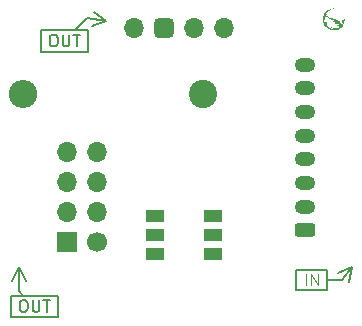
<source format=gbr>
%TF.GenerationSoftware,KiCad,Pcbnew,(6.0.7)*%
%TF.CreationDate,2022-11-20T15:50:49-05:00*%
%TF.ProjectId,CANBurner,43414e42-7572-46e6-9572-2e6b69636164,2.0*%
%TF.SameCoordinates,Original*%
%TF.FileFunction,Soldermask,Top*%
%TF.FilePolarity,Negative*%
%FSLAX46Y46*%
G04 Gerber Fmt 4.6, Leading zero omitted, Abs format (unit mm)*
G04 Created by KiCad (PCBNEW (6.0.7)) date 2022-11-20 15:50:49*
%MOMM*%
%LPD*%
G01*
G04 APERTURE LIST*
G04 Aperture macros list*
%AMRoundRect*
0 Rectangle with rounded corners*
0 $1 Rounding radius*
0 $2 $3 $4 $5 $6 $7 $8 $9 X,Y pos of 4 corners*
0 Add a 4 corners polygon primitive as box body*
4,1,4,$2,$3,$4,$5,$6,$7,$8,$9,$2,$3,0*
0 Add four circle primitives for the rounded corners*
1,1,$1+$1,$2,$3*
1,1,$1+$1,$4,$5*
1,1,$1+$1,$6,$7*
1,1,$1+$1,$8,$9*
0 Add four rect primitives between the rounded corners*
20,1,$1+$1,$2,$3,$4,$5,0*
20,1,$1+$1,$4,$5,$6,$7,0*
20,1,$1+$1,$6,$7,$8,$9,0*
20,1,$1+$1,$8,$9,$2,$3,0*%
G04 Aperture macros list end*
%ADD10C,0.150000*%
%ADD11C,0.100000*%
%ADD12C,0.200000*%
%ADD13O,1.700000X1.700000*%
%ADD14RoundRect,0.425000X-0.425000X0.425000X-0.425000X-0.425000X0.425000X-0.425000X0.425000X0.425000X0*%
%ADD15R,1.500000X1.000000*%
%ADD16RoundRect,0.300000X0.575000X-0.300000X0.575000X0.300000X-0.575000X0.300000X-0.575000X-0.300000X0*%
%ADD17O,1.750000X1.200000*%
%ADD18C,2.400000*%
%ADD19O,2.400000X2.400000*%
%ADD20R,1.700000X1.700000*%
%ADD21C,1.700000*%
G04 APERTURE END LIST*
D10*
X67580000Y-45362380D02*
X67770476Y-45362380D01*
X67865714Y-45410000D01*
X67960952Y-45505238D01*
X68008571Y-45695714D01*
X68008571Y-46029047D01*
X67960952Y-46219523D01*
X67865714Y-46314761D01*
X67770476Y-46362380D01*
X67580000Y-46362380D01*
X67484761Y-46314761D01*
X67389523Y-46219523D01*
X67341904Y-46029047D01*
X67341904Y-45695714D01*
X67389523Y-45505238D01*
X67484761Y-45410000D01*
X67580000Y-45362380D01*
X68437142Y-45362380D02*
X68437142Y-46171904D01*
X68484761Y-46267142D01*
X68532380Y-46314761D01*
X68627619Y-46362380D01*
X68818095Y-46362380D01*
X68913333Y-46314761D01*
X68960952Y-46267142D01*
X69008571Y-46171904D01*
X69008571Y-45362380D01*
X69341904Y-45362380D02*
X69913333Y-45362380D01*
X69627619Y-46362380D02*
X69627619Y-45362380D01*
X67310000Y-42600000D02*
X67310000Y-44640000D01*
X67310000Y-42600000D02*
X66723579Y-43726504D01*
X67310000Y-42600000D02*
X67896421Y-43726504D01*
X66576429Y-44992500D02*
X66576429Y-46827500D01*
X66576429Y-46827500D02*
X70583572Y-46827500D01*
X70583572Y-46827500D02*
X70583572Y-44992500D01*
X70583572Y-44992500D02*
X66576429Y-44992500D01*
X67310000Y-44640000D02*
X67662500Y-44992500D01*
X70120000Y-22896523D02*
X70310476Y-22896523D01*
X70405714Y-22944143D01*
X70500952Y-23039381D01*
X70548571Y-23229857D01*
X70548571Y-23563190D01*
X70500952Y-23753666D01*
X70405714Y-23848904D01*
X70310476Y-23896523D01*
X70120000Y-23896523D01*
X70024761Y-23848904D01*
X69929523Y-23753666D01*
X69881904Y-23563190D01*
X69881904Y-23229857D01*
X69929523Y-23039381D01*
X70024761Y-22944143D01*
X70120000Y-22896523D01*
X70977142Y-22896523D02*
X70977142Y-23706047D01*
X71024761Y-23801285D01*
X71072380Y-23848904D01*
X71167619Y-23896523D01*
X71358095Y-23896523D01*
X71453333Y-23848904D01*
X71500952Y-23801285D01*
X71548571Y-23706047D01*
X71548571Y-22896523D01*
X71881904Y-22896523D02*
X72453333Y-22896523D01*
X72167619Y-23896523D02*
X72167619Y-22896523D01*
X74689750Y-21779596D02*
X73054789Y-21509354D01*
X74689750Y-21779596D02*
X73673958Y-21017319D01*
X74689750Y-21779596D02*
X73482695Y-22174460D01*
X69116429Y-22526643D02*
X69116429Y-24361643D01*
X69116429Y-24361643D02*
X73123572Y-24361643D01*
X73123572Y-24361643D02*
X73123572Y-22526643D01*
X73123572Y-22526643D02*
X69116429Y-22526643D01*
X73054789Y-21509354D02*
X72037500Y-22526643D01*
D11*
X91561190Y-44127380D02*
X91561190Y-43127380D01*
X92037380Y-44127380D02*
X92037380Y-43127380D01*
X92608809Y-44127380D01*
X92608809Y-43127380D01*
D12*
X95488461Y-42591080D02*
X94625000Y-43675000D01*
X95488461Y-42591080D02*
X94327887Y-43106801D01*
X95488461Y-42591080D02*
X95245238Y-43837572D01*
X90773095Y-42795000D02*
X90773095Y-44555000D01*
X90773095Y-44555000D02*
X93396905Y-44555000D01*
X93396905Y-44555000D02*
X93396905Y-42795000D01*
X93396905Y-42795000D02*
X90773095Y-42795000D01*
X94625000Y-43675000D02*
X93396905Y-43675000D01*
%TO.C,G\u002A\u002A\u002A*%
G36*
X94032068Y-20682243D02*
G01*
X94160165Y-20707038D01*
X94239415Y-20731886D01*
X94279242Y-20747106D01*
X94306097Y-20758944D01*
X94319201Y-20766571D01*
X94317772Y-20769158D01*
X94301031Y-20765876D01*
X94268197Y-20755897D01*
X94259172Y-20752868D01*
X94222093Y-20741361D01*
X94188047Y-20732683D01*
X94164068Y-20728615D01*
X94163086Y-20728556D01*
X94136505Y-20724853D01*
X94103065Y-20717189D01*
X94089184Y-20713210D01*
X94041567Y-20704489D01*
X93981222Y-20702474D01*
X93912637Y-20706589D01*
X93840302Y-20716254D01*
X93768709Y-20730892D01*
X93702346Y-20749924D01*
X93652801Y-20769403D01*
X93610732Y-20788830D01*
X93689149Y-20800738D01*
X93730454Y-20808306D01*
X93761144Y-20816368D01*
X93779780Y-20823977D01*
X93784926Y-20830188D01*
X93775144Y-20834054D01*
X93748996Y-20834629D01*
X93739927Y-20834160D01*
X93657060Y-20837842D01*
X93572000Y-20858019D01*
X93487785Y-20893235D01*
X93407457Y-20942034D01*
X93334056Y-21002963D01*
X93290896Y-21049096D01*
X93263314Y-21085113D01*
X93235937Y-21126561D01*
X93210388Y-21170216D01*
X93188290Y-21212852D01*
X93171264Y-21251243D01*
X93160933Y-21282164D01*
X93158920Y-21302389D01*
X93161128Y-21307111D01*
X93169674Y-21303743D01*
X93185951Y-21289185D01*
X93201433Y-21272304D01*
X93227765Y-21245494D01*
X93259029Y-21219403D01*
X93290523Y-21197377D01*
X93317546Y-21182765D01*
X93332901Y-21178664D01*
X93334337Y-21184832D01*
X93324445Y-21201320D01*
X93307243Y-21222567D01*
X93255637Y-21293999D01*
X93213728Y-21378026D01*
X93182051Y-21471043D01*
X93161144Y-21569446D01*
X93151543Y-21669631D01*
X93153782Y-21767991D01*
X93168399Y-21860924D01*
X93195929Y-21944823D01*
X93198853Y-21951358D01*
X93215317Y-21983165D01*
X93235211Y-22015669D01*
X93255595Y-22044725D01*
X93273532Y-22066194D01*
X93286085Y-22075931D01*
X93287351Y-22076124D01*
X93289616Y-22067700D01*
X93288923Y-22045603D01*
X93285425Y-22014598D01*
X93285377Y-22014262D01*
X93282242Y-21940975D01*
X93291930Y-21859075D01*
X93308422Y-21790994D01*
X93313436Y-21774895D01*
X93317122Y-21768104D01*
X93320268Y-21772649D01*
X93323660Y-21790558D01*
X93328086Y-21823861D01*
X93331311Y-21850008D01*
X93351457Y-21964104D01*
X93382506Y-22063305D01*
X93425193Y-22148406D01*
X93480250Y-22220202D01*
X93548414Y-22279489D01*
X93630418Y-22327062D01*
X93726997Y-22363716D01*
X93828421Y-22388301D01*
X93867059Y-22394296D01*
X93889115Y-22394581D01*
X93894193Y-22389354D01*
X93881893Y-22378814D01*
X93865480Y-22369756D01*
X93842232Y-22356370D01*
X93814640Y-22338152D01*
X93786648Y-22318052D01*
X93762199Y-22299024D01*
X93745238Y-22284019D01*
X93739708Y-22275989D01*
X93739879Y-22275735D01*
X93749510Y-22277820D01*
X93769891Y-22287739D01*
X93789674Y-22299175D01*
X93871784Y-22339443D01*
X93957657Y-22363252D01*
X94044865Y-22370975D01*
X94130978Y-22362988D01*
X94213565Y-22339669D01*
X94290199Y-22301391D01*
X94358448Y-22248531D01*
X94398347Y-22205053D01*
X94420024Y-22175391D01*
X94427666Y-22156441D01*
X94420773Y-22146015D01*
X94398843Y-22141922D01*
X94383808Y-22141564D01*
X94351256Y-22138408D01*
X94310617Y-22130173D01*
X94274200Y-22119744D01*
X94209514Y-22097923D01*
X94258956Y-22092067D01*
X94288734Y-22086040D01*
X94320407Y-22075788D01*
X94349522Y-22063339D01*
X94371624Y-22050720D01*
X94382260Y-22039960D01*
X94381987Y-22036055D01*
X94371375Y-22033217D01*
X94345797Y-22030532D01*
X94308985Y-22028287D01*
X94264670Y-22026771D01*
X94260456Y-22026680D01*
X94210669Y-22025380D01*
X94174725Y-22023274D01*
X94147771Y-22019480D01*
X94124955Y-22013113D01*
X94101423Y-22003289D01*
X94082834Y-21994330D01*
X94056378Y-21979803D01*
X94028353Y-21962072D01*
X94001579Y-21943333D01*
X93978877Y-21925779D01*
X93963067Y-21911605D01*
X93956969Y-21903006D01*
X93963404Y-21902176D01*
X93965009Y-21902656D01*
X93998307Y-21910368D01*
X94041538Y-21916569D01*
X94086960Y-21920510D01*
X94126831Y-21921442D01*
X94145743Y-21920130D01*
X94174879Y-21914164D01*
X94189756Y-21906951D01*
X94188885Y-21899815D01*
X94174365Y-21894739D01*
X94085607Y-21875717D01*
X94012998Y-21857325D01*
X93954058Y-21838610D01*
X93906306Y-21818617D01*
X93867263Y-21796391D01*
X93834446Y-21770977D01*
X93821828Y-21759027D01*
X93801154Y-21737081D01*
X93787301Y-21719939D01*
X93783680Y-21712961D01*
X93791170Y-21712426D01*
X93810577Y-21719157D01*
X93831520Y-21728717D01*
X93867262Y-21743207D01*
X93906995Y-21751936D01*
X93957175Y-21756476D01*
X94010374Y-21757720D01*
X94053591Y-21755636D01*
X94084311Y-21750532D01*
X94100016Y-21742716D01*
X94101531Y-21738821D01*
X94092628Y-21728483D01*
X94067014Y-21715202D01*
X94026331Y-21699608D01*
X93972221Y-21682330D01*
X93906324Y-21663997D01*
X93906270Y-21663982D01*
X93812926Y-21638468D01*
X93735406Y-21614624D01*
X93671054Y-21591288D01*
X93617213Y-21567297D01*
X93571225Y-21541488D01*
X93530434Y-21512698D01*
X93498299Y-21485412D01*
X93473330Y-21460361D01*
X93446798Y-21430073D01*
X93421250Y-21397987D01*
X93399231Y-21367542D01*
X93383286Y-21342176D01*
X93375963Y-21325328D01*
X93376529Y-21320940D01*
X93385276Y-21324158D01*
X93403470Y-21336905D01*
X93420977Y-21351185D01*
X93449980Y-21374442D01*
X93480354Y-21394811D01*
X93514373Y-21413122D01*
X93554307Y-21430199D01*
X93602427Y-21446872D01*
X93661005Y-21463966D01*
X93732312Y-21482309D01*
X93818620Y-21502729D01*
X93867817Y-21513910D01*
X93971001Y-21538703D01*
X94057612Y-21563088D01*
X94129739Y-21587811D01*
X94189471Y-21613615D01*
X94238898Y-21641246D01*
X94254491Y-21651727D01*
X94304155Y-21685119D01*
X94344795Y-21707847D01*
X94381197Y-21721849D01*
X94418151Y-21729062D01*
X94451016Y-21731238D01*
X94484379Y-21732563D01*
X94502757Y-21735142D01*
X94509863Y-21740354D01*
X94509408Y-21749582D01*
X94508559Y-21752638D01*
X94497477Y-21813414D01*
X94502858Y-21868050D01*
X94525329Y-21920343D01*
X94539799Y-21942223D01*
X94567188Y-21971826D01*
X94599090Y-21994043D01*
X94630409Y-22006040D01*
X94653982Y-22005729D01*
X94675330Y-21992033D01*
X94692065Y-21968712D01*
X94703372Y-21940151D01*
X94708442Y-21910737D01*
X94706460Y-21884854D01*
X94696615Y-21866887D01*
X94680771Y-21861108D01*
X94664422Y-21868935D01*
X94657770Y-21879805D01*
X94649221Y-21897133D01*
X94641764Y-21898124D01*
X94637666Y-21885105D01*
X94639140Y-21860706D01*
X94642509Y-21836929D01*
X94640096Y-21827170D01*
X94629469Y-21827051D01*
X94621484Y-21828945D01*
X94597443Y-21834979D01*
X94612289Y-21784941D01*
X94629885Y-21734602D01*
X94650518Y-21689759D01*
X94671962Y-21654616D01*
X94691989Y-21633378D01*
X94692899Y-21632766D01*
X94711247Y-21623774D01*
X94741954Y-21611668D01*
X94779434Y-21598595D01*
X94793323Y-21594125D01*
X94834643Y-21580305D01*
X94873860Y-21565771D01*
X94904006Y-21553141D01*
X94909758Y-21550360D01*
X94946730Y-21531575D01*
X94930770Y-21553776D01*
X94921157Y-21569757D01*
X94905276Y-21599035D01*
X94884986Y-21638067D01*
X94862144Y-21683311D01*
X94850493Y-21706857D01*
X94821128Y-21768647D01*
X94799971Y-21818407D01*
X94785526Y-21860087D01*
X94776299Y-21897638D01*
X94774505Y-21907603D01*
X94746831Y-22020974D01*
X94703643Y-22124123D01*
X94645391Y-22216556D01*
X94572528Y-22297782D01*
X94485503Y-22367309D01*
X94384769Y-22424644D01*
X94270776Y-22469295D01*
X94255321Y-22474048D01*
X94220402Y-22483834D01*
X94188492Y-22490892D01*
X94155023Y-22495764D01*
X94115431Y-22498993D01*
X94065151Y-22501121D01*
X94017394Y-22502328D01*
X93929993Y-22502867D01*
X93860054Y-22500338D01*
X93806588Y-22494700D01*
X93796153Y-22492890D01*
X93666942Y-22459380D01*
X93542598Y-22409507D01*
X93426081Y-22344773D01*
X93320353Y-22266676D01*
X93282219Y-22232481D01*
X93196092Y-22138546D01*
X93126156Y-22035383D01*
X93072314Y-21922796D01*
X93034468Y-21800591D01*
X93016740Y-21704135D01*
X93007900Y-21573063D01*
X93016753Y-21446054D01*
X93042513Y-21324338D01*
X93084390Y-21209143D01*
X93141598Y-21101700D01*
X93213349Y-21003239D01*
X93298854Y-20914990D01*
X93397328Y-20838182D01*
X93507980Y-20774044D01*
X93630025Y-20723808D01*
X93648512Y-20717785D01*
X93774866Y-20687583D01*
X93903176Y-20675747D01*
X94032068Y-20682243D01*
G37*
%TD*%
D13*
%TO.C,I\u00B2C*%
X84619469Y-22330407D03*
X82079469Y-22330407D03*
D14*
X79539469Y-22330407D03*
D13*
X76999469Y-22330407D03*
%TD*%
D15*
%TO.C,Status*%
X83730000Y-38256814D03*
X83730000Y-39856814D03*
X83730000Y-41456814D03*
X78830000Y-41456814D03*
X78830000Y-39856814D03*
X78830000Y-38256814D03*
%TD*%
D16*
%TO.C,Toolboard*%
X91540000Y-39445000D03*
D17*
X91540000Y-37445000D03*
X91540000Y-35445000D03*
X91540000Y-33445000D03*
X91540000Y-31445000D03*
X91540000Y-29445000D03*
X91540000Y-27445000D03*
X91540000Y-25445000D03*
%TD*%
D18*
%TO.C,HEF Resistor*%
X82850000Y-27940000D03*
D19*
X67610000Y-27940000D03*
%TD*%
D13*
%TO.C,J1*%
X71341315Y-32825026D03*
X73881315Y-32825026D03*
X71341315Y-35365026D03*
X73881315Y-35365026D03*
X71341315Y-37905026D03*
X73881315Y-37905026D03*
D20*
X71341315Y-40445026D03*
D21*
X73881315Y-40445026D03*
%TD*%
M02*

</source>
